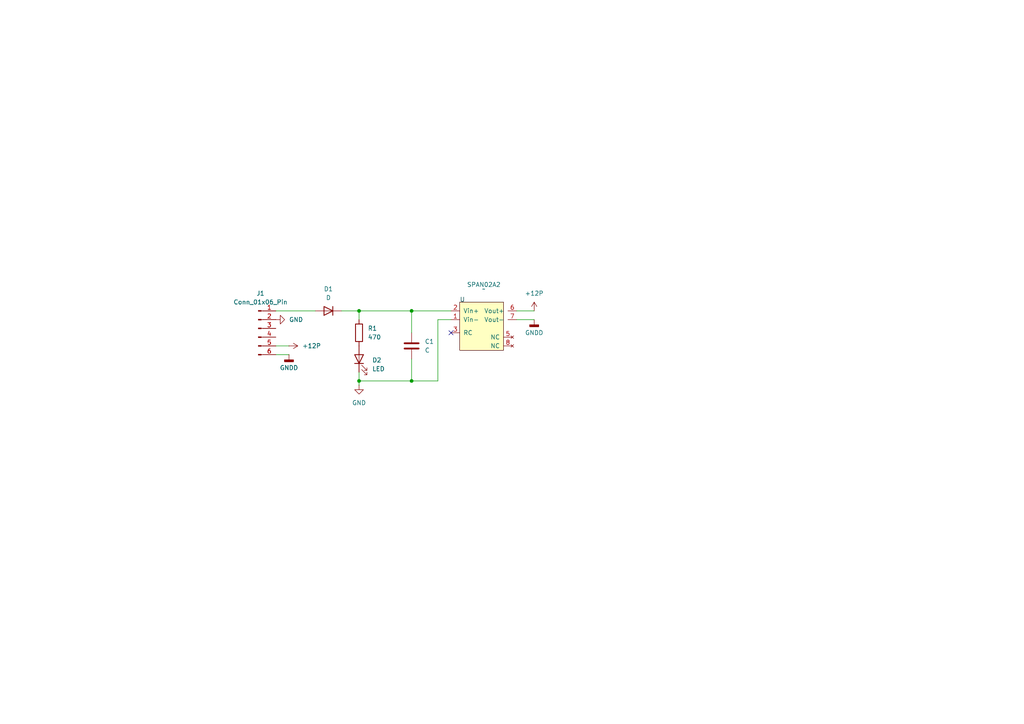
<source format=kicad_sch>
(kicad_sch (version 20231120) (generator "eeschema") (generator_version "8.0")
  (paper "A4")
  (lib_symbols
    (symbol "Connector:Conn_01x06_Pin" (pin_names (offset 1.016) hide)
      (property "Reference" "J" (at 0 7.62 0))
      (property "Value" "Conn_01x06_Pin" (at 0 -10.16 0))
      (symbol "Conn_01x06_Pin_1_1"
        (polyline (pts (xy 1.27 -7.62) (xy 0.8636 -7.62)) (stroke (width 0.1524)))
        (polyline (pts (xy 1.27 -5.08) (xy 0.8636 -5.08)) (stroke (width 0.1524)))
        (polyline (pts (xy 1.27 -2.54) (xy 0.8636 -2.54)) (stroke (width 0.1524)))
        (polyline (pts (xy 1.27 0) (xy 0.8636 0)) (stroke (width 0.1524)))
        (polyline (pts (xy 1.27 2.54) (xy 0.8636 2.54)) (stroke (width 0.1524)))
        (polyline (pts (xy 1.27 5.08) (xy 0.8636 5.08)) (stroke (width 0.1524)))
        (rectangle (start 0.8636 -7.493) (end 0 -7.747) (stroke (width 0.1524)) (fill (type outline)))
        (rectangle (start 0.8636 -4.953) (end 0 -5.207) (stroke (width 0.1524)) (fill (type outline)))
        (rectangle (start 0.8636 -2.413) (end 0 -2.667) (stroke (width 0.1524)) (fill (type outline)))
        (rectangle (start 0.8636 0.127) (end 0 -0.127) (stroke (width 0.1524)) (fill (type outline)))
        (rectangle (start 0.8636 2.667) (end 0 2.413) (stroke (width 0.1524)) (fill (type outline)))
        (rectangle (start 0.8636 5.207) (end 0 4.953) (stroke (width 0.1524)) (fill (type outline)))
        (pin passive line (at 5.08 5.08 180) (length 3.81) (name "Pin_1") (number "1"))
        (pin passive line (at 5.08 2.54 180) (length 3.81) (name "Pin_2") (number "2"))
        (pin passive line (at 5.08 0 180) (length 3.81) (name "Pin_3") (number "3"))
        (pin passive line (at 5.08 -2.54 180) (length 3.81) (name "Pin_4") (number "4"))
        (pin passive line (at 5.08 -5.08 180) (length 3.81) (name "Pin_5") (number "5"))
        (pin passive line (at 5.08 -7.62 180) (length 3.81) (name "Pin_6") (number "6"))
      )
    )
    (symbol "Device:C" (pin_numbers hide) (pin_names (offset 0.254))
      (property "Reference" "C" (at 0.635 2.54 0))
      (property "Value" "C" (at 0.635 -2.54 0))
      (symbol "C_0_1"
        (polyline (pts (xy -2.032 -0.762) (xy 2.032 -0.762)) (stroke (width 0.508)))
        (polyline (pts (xy -2.032 0.762) (xy 2.032 0.762)) (stroke (width 0.508)))
      )
      (symbol "C_1_1"
        (pin passive line (at 0 3.81 270) (length 2.794) (name "~") (number "1"))
        (pin passive line (at 0 -3.81 90) (length 2.794) (name "~") (number "2"))
      )
    )
    (symbol "Device:D" (pin_numbers hide) (pin_names (offset 1.016) hide)
      (property "Reference" "D" (at 0 2.54 0))
      (property "Value" "D" (at 0 -2.54 0))
      (symbol "D_0_1"
        (polyline (pts (xy -1.27 1.27) (xy -1.27 -1.27)) (stroke (width 0.254)))
        (polyline (pts (xy 1.27 0) (xy -1.27 0)))
        (polyline (pts (xy 1.27 1.27) (xy 1.27 -1.27) (xy -1.27 0) (xy 1.27 1.27)) (stroke (width 0.254)))
      )
      (symbol "D_1_1"
        (pin passive line (at -3.81 0 0) (length 2.54) (name "K") (number "1"))
        (pin passive line (at 3.81 0 180) (length 2.54) (name "A") (number "2"))
      )
    )
    (symbol "Device:LED" (pin_numbers hide) (pin_names (offset 1.016) hide)
      (property "Reference" "D" (at 0 2.54 0))
      (property "Value" "LED" (at 0 -2.54 0))
      (symbol "LED_0_1"
        (polyline (pts (xy -1.27 -1.27) (xy -1.27 1.27)) (stroke (width 0.254)))
        (polyline (pts (xy -1.27 0) (xy 1.27 0)))
        (polyline (pts (xy 1.27 -1.27) (xy 1.27 1.27) (xy -1.27 0) (xy 1.27 -1.27)) (stroke (width 0.254)))
        (polyline (pts (xy -3.048 -0.762) (xy -4.572 -2.286) (xy -3.81 -2.286) (xy -4.572 -2.286) (xy -4.572 -1.524)))
        (polyline (pts (xy -1.778 -0.762) (xy -3.302 -2.286) (xy -2.54 -2.286) (xy -3.302 -2.286) (xy -3.302 -1.524)))
      )
      (symbol "LED_1_1"
        (pin passive line (at -3.81 0 0) (length 2.54) (name "K") (number "1"))
        (pin passive line (at 3.81 0 180) (length 2.54) (name "A") (number "2"))
      )
    )
    (symbol "Device:R" (pin_numbers hide) (pin_names (offset 0))
      (property "Reference" "R" (at 2.032 0 90))
      (property "Value" "R" (at 0 0 90))
      (symbol "R_0_1"
        (rectangle (start -1.016 -2.54) (end 1.016 2.54) (stroke (width 0.254)))
      )
      (symbol "R_1_1"
        (pin passive line (at 0 3.81 270) (length 1.27) (name "~") (number "1"))
        (pin passive line (at 0 -3.81 90) (length 1.27) (name "~") (number "2"))
      )
    )
    (symbol "SPAN02A_1" (pin_names (offset 1.016))
      (property "Reference" "SPAN02A" (at 2.794 -12.7 0))
      (symbol "SPAN02A_1_1_1"
        (rectangle (start -6.35 2.54) (end 6.35 -11.43) (stroke (width 0) (color 72 0 0 1)) (fill (type background)))
        (text "U" (at -5.588 3.302 0) (effects (font (size 1.27 1.27))))
        (pin power_in line (at -8.89 -2.54 0) (length 2.54) (name "Vin-") (number "1"))
        (pin power_in line (at -8.89 0 0) (length 2.54) (name "Vin+") (number "2"))
        (pin passive line (at -8.89 -6.35 0) (length 2.54) (name "RC") (number "3"))
        (pin no_connect line (at 8.89 -7.62 180) (length 2.54) (name "NC") (number "5"))
        (pin power_out line (at 10.16 0 180) (length 2.54) (name "Vout+") (number "6"))
        (pin power_out line (at 10.16 -2.54 180) (length 2.54) (name "Vout-") (number "7"))
        (pin no_connect line (at 8.89 -10.16 180) (length 2.54) (name "NC") (number "8"))
      )
    )
    (symbol "power:+12P" (power) (pin_numbers hide) (pin_names (offset 0) hide)
      (property "Value" "+12P" (at 0 3.556 0))
      (symbol "+12P_0_1"
        (polyline (pts (xy -0.762 1.27) (xy 0 2.54)))
        (polyline (pts (xy 0 0) (xy 0 2.54)))
        (polyline (pts (xy 0 2.54) (xy 0.762 1.27)))
      )
      (symbol "+12P_1_1"
        (pin power_in line (at 0 0 90) (length 0) (name "~") (number "1"))
      )
    )
    (symbol "power:GND" (power) (pin_numbers hide) (pin_names (offset 0) hide)
      (property "Value" "GND" (at 0 -3.81 0))
      (symbol "GND_0_1"
        (polyline (pts (xy 0 0) (xy 0 -1.27) (xy 1.27 -1.27) (xy 0 -2.54) (xy -1.27 -1.27) (xy 0 -1.27)))
      )
      (symbol "GND_1_1"
        (pin power_in line (at 0 0 270) (length 0) (name "~") (number "1"))
      )
    )
    (symbol "power:GNDD" (power) (pin_numbers hide) (pin_names (offset 0) hide)
      (property "Value" "GNDD" (at 0 -3.175 0))
      (symbol "GNDD_0_1"
        (rectangle (start -1.27 -1.524) (end 1.27 -2.032) (stroke (width 0.254)) (fill (type outline)))
        (polyline (pts (xy 0 0) (xy 0 -1.524)))
      )
      (symbol "GNDD_1_1"
        (pin power_in line (at 0 0 270) (length 0) (name "~") (number "1"))
      )
    )
  )
  (junction (at 119.38 90.17))
  (junction (at 119.38 110.49))
  (junction (at 104.14 90.17))
  (junction (at 104.14 110.49))
  (no_connect (at 130.81 96.52))
  (wire (pts (xy 149.86 92.71) (xy 154.94 92.71)))
  (wire (pts (xy 80.01 100.33) (xy 83.82 100.33)))
  (wire (pts (xy 80.01 90.17) (xy 91.44 90.17)))
  (wire (pts (xy 119.38 96.52) (xy 119.38 90.17)))
  (wire (pts (xy 104.14 107.95) (xy 104.14 110.49)))
  (wire (pts (xy 80.01 102.87) (xy 83.82 102.87)))
  (wire (pts (xy 127 92.71) (xy 130.81 92.71)))
  (wire (pts (xy 104.14 110.49) (xy 104.14 111.76)))
  (wire (pts (xy 99.06 90.17) (xy 104.14 90.17)))
  (wire (pts (xy 127 110.49) (xy 119.38 110.49)))
  (wire (pts (xy 104.14 90.17) (xy 104.14 92.71)))
  (wire (pts (xy 119.38 104.14) (xy 119.38 110.49)))
  (wire (pts (xy 149.86 90.17) (xy 154.94 90.17)))
  (wire (pts (xy 127 92.71) (xy 127 110.49)))
  (wire (pts (xy 119.38 90.17) (xy 104.14 90.17)))
  (wire (pts (xy 119.38 90.17) (xy 130.81 90.17)))
  (wire (pts (xy 119.38 110.49) (xy 104.14 110.49)))
  (symbol (lib_id "power:GND") (at 80.01 92.71 90) (unit 1)
    (property "Reference" "#PWR02" (effects (hide yes)))
    (property "Value" "GND" (at 83.82 92.7099 90) (effects (justify right)))
    (property "Description" "Power symbol creates a global label with name \"GND\" , ground" (effects (hide yes)))
  )
  (symbol (lib_id "power:GNDD") (at 83.82 102.87 0) (unit 1)
    (property "Reference" "#PWR06" (effects (hide yes)))
    (property "Value" "GNDD" (at 83.82 106.68 0))
    (property "Description" "Power symbol creates a global label with name \"GNDD\" , digital ground" (effects (hide yes)))
  )
  (symbol (lib_id "Device:LED") (at 104.14 104.14 90) (unit 1)
    (property "Reference" "D2" (at 107.95 104.4574 90) (effects (justify right)))
    (property "Value" "LED" (at 107.95 106.9974 90) (effects (justify right)))
    (property "Footprint" "LED_SMD:LED_0805_2012Metric" (effects (hide yes)))
    (property "Description" "Light emitting diode" (effects (hide yes)))
  )
  (symbol (lib_id "Connector:Conn_01x06_Pin") (at 74.93 95.25 0) (unit 1)
    (property "Reference" "J1" (at 75.565 85.09 0))
    (property "Value" "Conn_01x06_Pin" (at 75.565 87.63 0))
    (property "Footprint" "Connector_Molex:Molex_Micro-Fit_3.0_43045-0612_2x03_P3.00mm_Vertical" (effects (hide yes)))
    (property "Description" "Generic connector, single row, 01x06, script generated" (effects (hide yes)))
  )
  (symbol (lib_id "Device:R") (at 104.14 96.52 0) (unit 1)
    (property "Reference" "R1" (at 106.68 95.2499 0) (effects (justify left)))
    (property "Value" "470" (at 106.68 97.7899 0) (effects (justify left)))
    (property "Footprint" "Resistor_SMD:R_1206_3216Metric" (effects (hide yes)))
    (property "Description" "Resistor" (effects (hide yes)))
  )
  (symbol (lib_id "Device:C") (at 119.38 100.33 0) (unit 1)
    (property "Reference" "C1" (at 123.19 99.0599 0) (effects (justify left)))
    (property "Value" "C" (at 123.19 101.5999 0) (effects (justify left)))
    (property "Footprint" "Capacitor_SMD:C_0805_2012Metric" (effects (hide yes)))
    (property "Description" "Unpolarized capacitor" (effects (hide yes)))
  )
  (symbol (lib_name "SPAN02A_1") (lib_id "M1 Personal Part:SPAN02A") (at 139.7 90.17 0) (unit 1)
    (property "Reference" "SPAN02A2" (at 140.3278 82.55 0))
    (property "Value" "~" (at 140.3278 83.82 0))
    (property "Footprint" "M1:SPAN02" (effects (hide yes)))
  )
  (symbol (lib_id "power:GNDD") (at 154.94 92.71 0) (unit 1)
    (property "Reference" "#PWR04" (effects (hide yes)))
    (property "Value" "GNDD" (at 154.94 96.52 0))
    (property "Description" "Power symbol creates a global label with name \"GNDD\" , digital ground" (effects (hide yes)))
  )
  (symbol (lib_id "power:GND") (at 104.14 111.76 0) (unit 1)
    (property "Reference" "#PWR01" (effects (hide yes)))
    (property "Value" "GND" (at 104.14 116.84 0))
    (property "Description" "Power symbol creates a global label with name \"GND\" , ground" (effects (hide yes)))
  )
  (symbol (lib_id "Device:D") (at 95.25 90.17 180) (unit 1)
    (property "Reference" "D1" (at 95.25 83.82 0))
    (property "Value" "D" (at 95.25 86.36 0))
    (property "Footprint" "Diode_SMD:D_SMA" (effects (hide yes)))
    (property "Description" "Diode" (effects (hide yes)))
    (property "Sim.Device" "D" (effects (hide yes)))
    (property "Sim.Pins" "1=K 2=A" (effects (hide yes)))
  )
  (symbol (lib_id "power:+12P") (at 154.94 90.17 0) (unit 1)
    (property "Reference" "#PWR03" (effects (hide yes)))
    (property "Value" "+12P" (at 154.94 85.09 0))
    (property "Description" "Power symbol creates a global label with name \"+12P\"" (effects (hide yes)))
  )
  (symbol (lib_id "power:+12P") (at 83.82 100.33 270) (unit 1)
    (property "Reference" "#PWR05" (effects (hide yes)))
    (property "Value" "+12P" (at 87.63 100.3299 90) (effects (justify left)))
    (property "Description" "Power symbol creates a global label with name \"+12P\"" (effects (hide yes)))
  )
)
</source>
